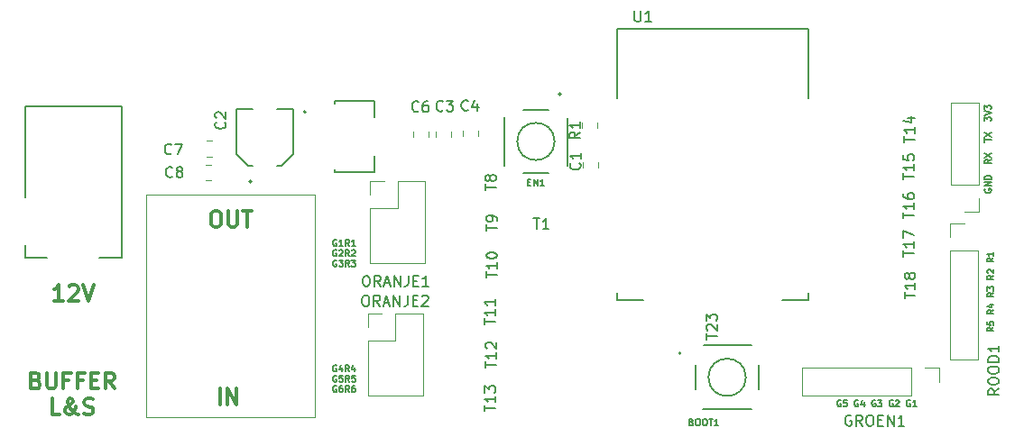
<source format=gto>
G04 #@! TF.GenerationSoftware,KiCad,Pcbnew,(6.0.4)*
G04 #@! TF.CreationDate,2022-04-15T12:40:15+02:00*
G04 #@! TF.ProjectId,hernieuwdeBuffer_beide_groundplane,6865726e-6965-4757-9764-654275666665,rev?*
G04 #@! TF.SameCoordinates,Original*
G04 #@! TF.FileFunction,Legend,Top*
G04 #@! TF.FilePolarity,Positive*
%FSLAX46Y46*%
G04 Gerber Fmt 4.6, Leading zero omitted, Abs format (unit mm)*
G04 Created by KiCad (PCBNEW (6.0.4)) date 2022-04-15 12:40:15*
%MOMM*%
%LPD*%
G01*
G04 APERTURE LIST*
%ADD10C,0.300000*%
%ADD11C,0.150000*%
%ADD12C,0.127000*%
%ADD13C,0.200000*%
%ADD14C,0.120000*%
G04 APERTURE END LIST*
D10*
X95171428Y-82078571D02*
X94314285Y-82078571D01*
X94742857Y-82078571D02*
X94742857Y-80578571D01*
X94600000Y-80792857D01*
X94457142Y-80935714D01*
X94314285Y-81007142D01*
X95742857Y-80721428D02*
X95814285Y-80650000D01*
X95957142Y-80578571D01*
X96314285Y-80578571D01*
X96457142Y-80650000D01*
X96528571Y-80721428D01*
X96600000Y-80864285D01*
X96600000Y-81007142D01*
X96528571Y-81221428D01*
X95671428Y-82078571D01*
X96600000Y-82078571D01*
X97028571Y-80578571D02*
X97528571Y-82078571D01*
X98028571Y-80578571D01*
D11*
X120835714Y-76334000D02*
X120778571Y-76305428D01*
X120692857Y-76305428D01*
X120607142Y-76334000D01*
X120550000Y-76391142D01*
X120521428Y-76448285D01*
X120492857Y-76562571D01*
X120492857Y-76648285D01*
X120521428Y-76762571D01*
X120550000Y-76819714D01*
X120607142Y-76876857D01*
X120692857Y-76905428D01*
X120750000Y-76905428D01*
X120835714Y-76876857D01*
X120864285Y-76848285D01*
X120864285Y-76648285D01*
X120750000Y-76648285D01*
X121435714Y-76905428D02*
X121092857Y-76905428D01*
X121264285Y-76905428D02*
X121264285Y-76305428D01*
X121207142Y-76391142D01*
X121150000Y-76448285D01*
X121092857Y-76476857D01*
X122035714Y-76905428D02*
X121835714Y-76619714D01*
X121692857Y-76905428D02*
X121692857Y-76305428D01*
X121921428Y-76305428D01*
X121978571Y-76334000D01*
X122007142Y-76362571D01*
X122035714Y-76419714D01*
X122035714Y-76505428D01*
X122007142Y-76562571D01*
X121978571Y-76591142D01*
X121921428Y-76619714D01*
X121692857Y-76619714D01*
X122607142Y-76905428D02*
X122264285Y-76905428D01*
X122435714Y-76905428D02*
X122435714Y-76305428D01*
X122378571Y-76391142D01*
X122321428Y-76448285D01*
X122264285Y-76476857D01*
X120835714Y-77300000D02*
X120778571Y-77271428D01*
X120692857Y-77271428D01*
X120607142Y-77300000D01*
X120550000Y-77357142D01*
X120521428Y-77414285D01*
X120492857Y-77528571D01*
X120492857Y-77614285D01*
X120521428Y-77728571D01*
X120550000Y-77785714D01*
X120607142Y-77842857D01*
X120692857Y-77871428D01*
X120750000Y-77871428D01*
X120835714Y-77842857D01*
X120864285Y-77814285D01*
X120864285Y-77614285D01*
X120750000Y-77614285D01*
X121092857Y-77328571D02*
X121121428Y-77300000D01*
X121178571Y-77271428D01*
X121321428Y-77271428D01*
X121378571Y-77300000D01*
X121407142Y-77328571D01*
X121435714Y-77385714D01*
X121435714Y-77442857D01*
X121407142Y-77528571D01*
X121064285Y-77871428D01*
X121435714Y-77871428D01*
X122035714Y-77871428D02*
X121835714Y-77585714D01*
X121692857Y-77871428D02*
X121692857Y-77271428D01*
X121921428Y-77271428D01*
X121978571Y-77300000D01*
X122007142Y-77328571D01*
X122035714Y-77385714D01*
X122035714Y-77471428D01*
X122007142Y-77528571D01*
X121978571Y-77557142D01*
X121921428Y-77585714D01*
X121692857Y-77585714D01*
X122264285Y-77328571D02*
X122292857Y-77300000D01*
X122350000Y-77271428D01*
X122492857Y-77271428D01*
X122550000Y-77300000D01*
X122578571Y-77328571D01*
X122607142Y-77385714D01*
X122607142Y-77442857D01*
X122578571Y-77528571D01*
X122235714Y-77871428D01*
X122607142Y-77871428D01*
X120835714Y-78266000D02*
X120778571Y-78237428D01*
X120692857Y-78237428D01*
X120607142Y-78266000D01*
X120550000Y-78323142D01*
X120521428Y-78380285D01*
X120492857Y-78494571D01*
X120492857Y-78580285D01*
X120521428Y-78694571D01*
X120550000Y-78751714D01*
X120607142Y-78808857D01*
X120692857Y-78837428D01*
X120750000Y-78837428D01*
X120835714Y-78808857D01*
X120864285Y-78780285D01*
X120864285Y-78580285D01*
X120750000Y-78580285D01*
X121064285Y-78237428D02*
X121435714Y-78237428D01*
X121235714Y-78466000D01*
X121321428Y-78466000D01*
X121378571Y-78494571D01*
X121407142Y-78523142D01*
X121435714Y-78580285D01*
X121435714Y-78723142D01*
X121407142Y-78780285D01*
X121378571Y-78808857D01*
X121321428Y-78837428D01*
X121150000Y-78837428D01*
X121092857Y-78808857D01*
X121064285Y-78780285D01*
X122035714Y-78837428D02*
X121835714Y-78551714D01*
X121692857Y-78837428D02*
X121692857Y-78237428D01*
X121921428Y-78237428D01*
X121978571Y-78266000D01*
X122007142Y-78294571D01*
X122035714Y-78351714D01*
X122035714Y-78437428D01*
X122007142Y-78494571D01*
X121978571Y-78523142D01*
X121921428Y-78551714D01*
X121692857Y-78551714D01*
X122235714Y-78237428D02*
X122607142Y-78237428D01*
X122407142Y-78466000D01*
X122492857Y-78466000D01*
X122550000Y-78494571D01*
X122578571Y-78523142D01*
X122607142Y-78580285D01*
X122607142Y-78723142D01*
X122578571Y-78780285D01*
X122550000Y-78808857D01*
X122492857Y-78837428D01*
X122321428Y-78837428D01*
X122264285Y-78808857D01*
X122235714Y-78780285D01*
X182521428Y-84557142D02*
X182235714Y-84757142D01*
X182521428Y-84900000D02*
X181921428Y-84900000D01*
X181921428Y-84671428D01*
X181950000Y-84614285D01*
X181978571Y-84585714D01*
X182035714Y-84557142D01*
X182121428Y-84557142D01*
X182178571Y-84585714D01*
X182207142Y-84614285D01*
X182235714Y-84671428D01*
X182235714Y-84900000D01*
X181921428Y-84014285D02*
X181921428Y-84300000D01*
X182207142Y-84328571D01*
X182178571Y-84300000D01*
X182150000Y-84242857D01*
X182150000Y-84100000D01*
X182178571Y-84042857D01*
X182207142Y-84014285D01*
X182264285Y-83985714D01*
X182407142Y-83985714D01*
X182464285Y-84014285D01*
X182492857Y-84042857D01*
X182521428Y-84100000D01*
X182521428Y-84242857D01*
X182492857Y-84300000D01*
X182464285Y-84328571D01*
X182521428Y-82928571D02*
X182235714Y-83128571D01*
X182521428Y-83271428D02*
X181921428Y-83271428D01*
X181921428Y-83042857D01*
X181950000Y-82985714D01*
X181978571Y-82957142D01*
X182035714Y-82928571D01*
X182121428Y-82928571D01*
X182178571Y-82957142D01*
X182207142Y-82985714D01*
X182235714Y-83042857D01*
X182235714Y-83271428D01*
X182121428Y-82414285D02*
X182521428Y-82414285D01*
X181892857Y-82557142D02*
X182321428Y-82700000D01*
X182321428Y-82328571D01*
X182521428Y-81300000D02*
X182235714Y-81500000D01*
X182521428Y-81642857D02*
X181921428Y-81642857D01*
X181921428Y-81414285D01*
X181950000Y-81357142D01*
X181978571Y-81328571D01*
X182035714Y-81300000D01*
X182121428Y-81300000D01*
X182178571Y-81328571D01*
X182207142Y-81357142D01*
X182235714Y-81414285D01*
X182235714Y-81642857D01*
X181921428Y-81100000D02*
X181921428Y-80728571D01*
X182150000Y-80928571D01*
X182150000Y-80842857D01*
X182178571Y-80785714D01*
X182207142Y-80757142D01*
X182264285Y-80728571D01*
X182407142Y-80728571D01*
X182464285Y-80757142D01*
X182492857Y-80785714D01*
X182521428Y-80842857D01*
X182521428Y-81014285D01*
X182492857Y-81071428D01*
X182464285Y-81100000D01*
X182521428Y-79671428D02*
X182235714Y-79871428D01*
X182521428Y-80014285D02*
X181921428Y-80014285D01*
X181921428Y-79785714D01*
X181950000Y-79728571D01*
X181978571Y-79700000D01*
X182035714Y-79671428D01*
X182121428Y-79671428D01*
X182178571Y-79700000D01*
X182207142Y-79728571D01*
X182235714Y-79785714D01*
X182235714Y-80014285D01*
X181978571Y-79442857D02*
X181950000Y-79414285D01*
X181921428Y-79357142D01*
X181921428Y-79214285D01*
X181950000Y-79157142D01*
X181978571Y-79128571D01*
X182035714Y-79100000D01*
X182092857Y-79100000D01*
X182178571Y-79128571D01*
X182521428Y-79471428D01*
X182521428Y-79100000D01*
X182521428Y-78042857D02*
X182235714Y-78242857D01*
X182521428Y-78385714D02*
X181921428Y-78385714D01*
X181921428Y-78157142D01*
X181950000Y-78100000D01*
X181978571Y-78071428D01*
X182035714Y-78042857D01*
X182121428Y-78042857D01*
X182178571Y-78071428D01*
X182207142Y-78100000D01*
X182235714Y-78157142D01*
X182235714Y-78385714D01*
X182521428Y-77471428D02*
X182521428Y-77814285D01*
X182521428Y-77642857D02*
X181921428Y-77642857D01*
X182007142Y-77700000D01*
X182064285Y-77757142D01*
X182092857Y-77814285D01*
D10*
X109914285Y-91778571D02*
X109914285Y-90278571D01*
X110628571Y-91778571D02*
X110628571Y-90278571D01*
X111485714Y-91778571D01*
X111485714Y-90278571D01*
D11*
X120835714Y-88134000D02*
X120778571Y-88105428D01*
X120692857Y-88105428D01*
X120607142Y-88134000D01*
X120550000Y-88191142D01*
X120521428Y-88248285D01*
X120492857Y-88362571D01*
X120492857Y-88448285D01*
X120521428Y-88562571D01*
X120550000Y-88619714D01*
X120607142Y-88676857D01*
X120692857Y-88705428D01*
X120750000Y-88705428D01*
X120835714Y-88676857D01*
X120864285Y-88648285D01*
X120864285Y-88448285D01*
X120750000Y-88448285D01*
X121378571Y-88305428D02*
X121378571Y-88705428D01*
X121235714Y-88076857D02*
X121092857Y-88505428D01*
X121464285Y-88505428D01*
X122035714Y-88705428D02*
X121835714Y-88419714D01*
X121692857Y-88705428D02*
X121692857Y-88105428D01*
X121921428Y-88105428D01*
X121978571Y-88134000D01*
X122007142Y-88162571D01*
X122035714Y-88219714D01*
X122035714Y-88305428D01*
X122007142Y-88362571D01*
X121978571Y-88391142D01*
X121921428Y-88419714D01*
X121692857Y-88419714D01*
X122550000Y-88305428D02*
X122550000Y-88705428D01*
X122407142Y-88076857D02*
X122264285Y-88505428D01*
X122635714Y-88505428D01*
X120835714Y-89100000D02*
X120778571Y-89071428D01*
X120692857Y-89071428D01*
X120607142Y-89100000D01*
X120550000Y-89157142D01*
X120521428Y-89214285D01*
X120492857Y-89328571D01*
X120492857Y-89414285D01*
X120521428Y-89528571D01*
X120550000Y-89585714D01*
X120607142Y-89642857D01*
X120692857Y-89671428D01*
X120750000Y-89671428D01*
X120835714Y-89642857D01*
X120864285Y-89614285D01*
X120864285Y-89414285D01*
X120750000Y-89414285D01*
X121407142Y-89071428D02*
X121121428Y-89071428D01*
X121092857Y-89357142D01*
X121121428Y-89328571D01*
X121178571Y-89300000D01*
X121321428Y-89300000D01*
X121378571Y-89328571D01*
X121407142Y-89357142D01*
X121435714Y-89414285D01*
X121435714Y-89557142D01*
X121407142Y-89614285D01*
X121378571Y-89642857D01*
X121321428Y-89671428D01*
X121178571Y-89671428D01*
X121121428Y-89642857D01*
X121092857Y-89614285D01*
X122035714Y-89671428D02*
X121835714Y-89385714D01*
X121692857Y-89671428D02*
X121692857Y-89071428D01*
X121921428Y-89071428D01*
X121978571Y-89100000D01*
X122007142Y-89128571D01*
X122035714Y-89185714D01*
X122035714Y-89271428D01*
X122007142Y-89328571D01*
X121978571Y-89357142D01*
X121921428Y-89385714D01*
X121692857Y-89385714D01*
X122578571Y-89071428D02*
X122292857Y-89071428D01*
X122264285Y-89357142D01*
X122292857Y-89328571D01*
X122350000Y-89300000D01*
X122492857Y-89300000D01*
X122550000Y-89328571D01*
X122578571Y-89357142D01*
X122607142Y-89414285D01*
X122607142Y-89557142D01*
X122578571Y-89614285D01*
X122550000Y-89642857D01*
X122492857Y-89671428D01*
X122350000Y-89671428D01*
X122292857Y-89642857D01*
X122264285Y-89614285D01*
X120835714Y-90066000D02*
X120778571Y-90037428D01*
X120692857Y-90037428D01*
X120607142Y-90066000D01*
X120550000Y-90123142D01*
X120521428Y-90180285D01*
X120492857Y-90294571D01*
X120492857Y-90380285D01*
X120521428Y-90494571D01*
X120550000Y-90551714D01*
X120607142Y-90608857D01*
X120692857Y-90637428D01*
X120750000Y-90637428D01*
X120835714Y-90608857D01*
X120864285Y-90580285D01*
X120864285Y-90380285D01*
X120750000Y-90380285D01*
X121378571Y-90037428D02*
X121264285Y-90037428D01*
X121207142Y-90066000D01*
X121178571Y-90094571D01*
X121121428Y-90180285D01*
X121092857Y-90294571D01*
X121092857Y-90523142D01*
X121121428Y-90580285D01*
X121150000Y-90608857D01*
X121207142Y-90637428D01*
X121321428Y-90637428D01*
X121378571Y-90608857D01*
X121407142Y-90580285D01*
X121435714Y-90523142D01*
X121435714Y-90380285D01*
X121407142Y-90323142D01*
X121378571Y-90294571D01*
X121321428Y-90266000D01*
X121207142Y-90266000D01*
X121150000Y-90294571D01*
X121121428Y-90323142D01*
X121092857Y-90380285D01*
X122035714Y-90637428D02*
X121835714Y-90351714D01*
X121692857Y-90637428D02*
X121692857Y-90037428D01*
X121921428Y-90037428D01*
X121978571Y-90066000D01*
X122007142Y-90094571D01*
X122035714Y-90151714D01*
X122035714Y-90237428D01*
X122007142Y-90294571D01*
X121978571Y-90323142D01*
X121921428Y-90351714D01*
X121692857Y-90351714D01*
X122550000Y-90037428D02*
X122435714Y-90037428D01*
X122378571Y-90066000D01*
X122350000Y-90094571D01*
X122292857Y-90180285D01*
X122264285Y-90294571D01*
X122264285Y-90523142D01*
X122292857Y-90580285D01*
X122321428Y-90608857D01*
X122378571Y-90637428D01*
X122492857Y-90637428D01*
X122550000Y-90608857D01*
X122578571Y-90580285D01*
X122607142Y-90523142D01*
X122607142Y-90380285D01*
X122578571Y-90323142D01*
X122550000Y-90294571D01*
X122492857Y-90266000D01*
X122378571Y-90266000D01*
X122321428Y-90294571D01*
X122292857Y-90323142D01*
X122264285Y-90380285D01*
X181700000Y-71557142D02*
X181671428Y-71614285D01*
X181671428Y-71700000D01*
X181700000Y-71785714D01*
X181757142Y-71842857D01*
X181814285Y-71871428D01*
X181928571Y-71900000D01*
X182014285Y-71900000D01*
X182128571Y-71871428D01*
X182185714Y-71842857D01*
X182242857Y-71785714D01*
X182271428Y-71700000D01*
X182271428Y-71642857D01*
X182242857Y-71557142D01*
X182214285Y-71528571D01*
X182014285Y-71528571D01*
X182014285Y-71642857D01*
X182271428Y-71271428D02*
X181671428Y-71271428D01*
X182271428Y-70928571D01*
X181671428Y-70928571D01*
X182271428Y-70642857D02*
X181671428Y-70642857D01*
X181671428Y-70500000D01*
X181700000Y-70414285D01*
X181757142Y-70357142D01*
X181814285Y-70328571D01*
X181928571Y-70300000D01*
X182014285Y-70300000D01*
X182128571Y-70328571D01*
X182185714Y-70357142D01*
X182242857Y-70414285D01*
X182271428Y-70500000D01*
X182271428Y-70642857D01*
X182271428Y-68785714D02*
X181985714Y-68985714D01*
X182271428Y-69128571D02*
X181671428Y-69128571D01*
X181671428Y-68900000D01*
X181700000Y-68842857D01*
X181728571Y-68814285D01*
X181785714Y-68785714D01*
X181871428Y-68785714D01*
X181928571Y-68814285D01*
X181957142Y-68842857D01*
X181985714Y-68900000D01*
X181985714Y-69128571D01*
X181671428Y-68585714D02*
X182271428Y-68185714D01*
X181671428Y-68185714D02*
X182271428Y-68585714D01*
X181671428Y-67128571D02*
X181671428Y-66785714D01*
X182271428Y-66957142D02*
X181671428Y-66957142D01*
X181671428Y-66642857D02*
X182271428Y-66242857D01*
X181671428Y-66242857D02*
X182271428Y-66642857D01*
X181671428Y-65157142D02*
X181671428Y-64785714D01*
X181900000Y-64985714D01*
X181900000Y-64900000D01*
X181928571Y-64842857D01*
X181957142Y-64814285D01*
X182014285Y-64785714D01*
X182157142Y-64785714D01*
X182214285Y-64814285D01*
X182242857Y-64842857D01*
X182271428Y-64900000D01*
X182271428Y-65071428D01*
X182242857Y-65128571D01*
X182214285Y-65157142D01*
X181671428Y-64614285D02*
X182271428Y-64414285D01*
X181671428Y-64214285D01*
X181671428Y-64071428D02*
X181671428Y-63700000D01*
X181900000Y-63900000D01*
X181900000Y-63814285D01*
X181928571Y-63757142D01*
X181957142Y-63728571D01*
X182014285Y-63700000D01*
X182157142Y-63700000D01*
X182214285Y-63728571D01*
X182242857Y-63757142D01*
X182271428Y-63814285D01*
X182271428Y-63985714D01*
X182242857Y-64042857D01*
X182214285Y-64071428D01*
X168164285Y-91400000D02*
X168107142Y-91371428D01*
X168021428Y-91371428D01*
X167935714Y-91400000D01*
X167878571Y-91457142D01*
X167850000Y-91514285D01*
X167821428Y-91628571D01*
X167821428Y-91714285D01*
X167850000Y-91828571D01*
X167878571Y-91885714D01*
X167935714Y-91942857D01*
X168021428Y-91971428D01*
X168078571Y-91971428D01*
X168164285Y-91942857D01*
X168192857Y-91914285D01*
X168192857Y-91714285D01*
X168078571Y-91714285D01*
X168735714Y-91371428D02*
X168450000Y-91371428D01*
X168421428Y-91657142D01*
X168450000Y-91628571D01*
X168507142Y-91600000D01*
X168650000Y-91600000D01*
X168707142Y-91628571D01*
X168735714Y-91657142D01*
X168764285Y-91714285D01*
X168764285Y-91857142D01*
X168735714Y-91914285D01*
X168707142Y-91942857D01*
X168650000Y-91971428D01*
X168507142Y-91971428D01*
X168450000Y-91942857D01*
X168421428Y-91914285D01*
X169792857Y-91400000D02*
X169735714Y-91371428D01*
X169650000Y-91371428D01*
X169564285Y-91400000D01*
X169507142Y-91457142D01*
X169478571Y-91514285D01*
X169450000Y-91628571D01*
X169450000Y-91714285D01*
X169478571Y-91828571D01*
X169507142Y-91885714D01*
X169564285Y-91942857D01*
X169650000Y-91971428D01*
X169707142Y-91971428D01*
X169792857Y-91942857D01*
X169821428Y-91914285D01*
X169821428Y-91714285D01*
X169707142Y-91714285D01*
X170335714Y-91571428D02*
X170335714Y-91971428D01*
X170192857Y-91342857D02*
X170050000Y-91771428D01*
X170421428Y-91771428D01*
X171421428Y-91400000D02*
X171364285Y-91371428D01*
X171278571Y-91371428D01*
X171192857Y-91400000D01*
X171135714Y-91457142D01*
X171107142Y-91514285D01*
X171078571Y-91628571D01*
X171078571Y-91714285D01*
X171107142Y-91828571D01*
X171135714Y-91885714D01*
X171192857Y-91942857D01*
X171278571Y-91971428D01*
X171335714Y-91971428D01*
X171421428Y-91942857D01*
X171450000Y-91914285D01*
X171450000Y-91714285D01*
X171335714Y-91714285D01*
X171650000Y-91371428D02*
X172021428Y-91371428D01*
X171821428Y-91600000D01*
X171907142Y-91600000D01*
X171964285Y-91628571D01*
X171992857Y-91657142D01*
X172021428Y-91714285D01*
X172021428Y-91857142D01*
X171992857Y-91914285D01*
X171964285Y-91942857D01*
X171907142Y-91971428D01*
X171735714Y-91971428D01*
X171678571Y-91942857D01*
X171650000Y-91914285D01*
X173050000Y-91400000D02*
X172992857Y-91371428D01*
X172907142Y-91371428D01*
X172821428Y-91400000D01*
X172764285Y-91457142D01*
X172735714Y-91514285D01*
X172707142Y-91628571D01*
X172707142Y-91714285D01*
X172735714Y-91828571D01*
X172764285Y-91885714D01*
X172821428Y-91942857D01*
X172907142Y-91971428D01*
X172964285Y-91971428D01*
X173050000Y-91942857D01*
X173078571Y-91914285D01*
X173078571Y-91714285D01*
X172964285Y-91714285D01*
X173307142Y-91428571D02*
X173335714Y-91400000D01*
X173392857Y-91371428D01*
X173535714Y-91371428D01*
X173592857Y-91400000D01*
X173621428Y-91428571D01*
X173650000Y-91485714D01*
X173650000Y-91542857D01*
X173621428Y-91628571D01*
X173278571Y-91971428D01*
X173650000Y-91971428D01*
X174678571Y-91400000D02*
X174621428Y-91371428D01*
X174535714Y-91371428D01*
X174450000Y-91400000D01*
X174392857Y-91457142D01*
X174364285Y-91514285D01*
X174335714Y-91628571D01*
X174335714Y-91714285D01*
X174364285Y-91828571D01*
X174392857Y-91885714D01*
X174450000Y-91942857D01*
X174535714Y-91971428D01*
X174592857Y-91971428D01*
X174678571Y-91942857D01*
X174707142Y-91914285D01*
X174707142Y-91714285D01*
X174592857Y-91714285D01*
X175278571Y-91971428D02*
X174935714Y-91971428D01*
X175107142Y-91971428D02*
X175107142Y-91371428D01*
X175050000Y-91457142D01*
X174992857Y-91514285D01*
X174935714Y-91542857D01*
D10*
X109400000Y-73628571D02*
X109685714Y-73628571D01*
X109828571Y-73700000D01*
X109971428Y-73842857D01*
X110042857Y-74128571D01*
X110042857Y-74628571D01*
X109971428Y-74914285D01*
X109828571Y-75057142D01*
X109685714Y-75128571D01*
X109400000Y-75128571D01*
X109257142Y-75057142D01*
X109114285Y-74914285D01*
X109042857Y-74628571D01*
X109042857Y-74128571D01*
X109114285Y-73842857D01*
X109257142Y-73700000D01*
X109400000Y-73628571D01*
X110685714Y-73628571D02*
X110685714Y-74842857D01*
X110757142Y-74985714D01*
X110828571Y-75057142D01*
X110971428Y-75128571D01*
X111257142Y-75128571D01*
X111400000Y-75057142D01*
X111471428Y-74985714D01*
X111542857Y-74842857D01*
X111542857Y-73628571D01*
X112042857Y-73628571D02*
X112900000Y-73628571D01*
X112471428Y-75128571D02*
X112471428Y-73628571D01*
X92657142Y-89535357D02*
X92871428Y-89606785D01*
X92942857Y-89678214D01*
X93014285Y-89821071D01*
X93014285Y-90035357D01*
X92942857Y-90178214D01*
X92871428Y-90249642D01*
X92728571Y-90321071D01*
X92157142Y-90321071D01*
X92157142Y-88821071D01*
X92657142Y-88821071D01*
X92800000Y-88892500D01*
X92871428Y-88963928D01*
X92942857Y-89106785D01*
X92942857Y-89249642D01*
X92871428Y-89392500D01*
X92800000Y-89463928D01*
X92657142Y-89535357D01*
X92157142Y-89535357D01*
X93657142Y-88821071D02*
X93657142Y-90035357D01*
X93728571Y-90178214D01*
X93800000Y-90249642D01*
X93942857Y-90321071D01*
X94228571Y-90321071D01*
X94371428Y-90249642D01*
X94442857Y-90178214D01*
X94514285Y-90035357D01*
X94514285Y-88821071D01*
X95728571Y-89535357D02*
X95228571Y-89535357D01*
X95228571Y-90321071D02*
X95228571Y-88821071D01*
X95942857Y-88821071D01*
X97014285Y-89535357D02*
X96514285Y-89535357D01*
X96514285Y-90321071D02*
X96514285Y-88821071D01*
X97228571Y-88821071D01*
X97800000Y-89535357D02*
X98300000Y-89535357D01*
X98514285Y-90321071D02*
X97800000Y-90321071D01*
X97800000Y-88821071D01*
X98514285Y-88821071D01*
X100014285Y-90321071D02*
X99514285Y-89606785D01*
X99157142Y-90321071D02*
X99157142Y-88821071D01*
X99728571Y-88821071D01*
X99871428Y-88892500D01*
X99942857Y-88963928D01*
X100014285Y-89106785D01*
X100014285Y-89321071D01*
X99942857Y-89463928D01*
X99871428Y-89535357D01*
X99728571Y-89606785D01*
X99157142Y-89606785D01*
X94871428Y-92736071D02*
X94157142Y-92736071D01*
X94157142Y-91236071D01*
X96585714Y-92736071D02*
X96514285Y-92736071D01*
X96371428Y-92664642D01*
X96157142Y-92450357D01*
X95800000Y-92021785D01*
X95657142Y-91807500D01*
X95585714Y-91593214D01*
X95585714Y-91450357D01*
X95657142Y-91307500D01*
X95800000Y-91236071D01*
X95871428Y-91236071D01*
X96014285Y-91307500D01*
X96085714Y-91450357D01*
X96085714Y-91521785D01*
X96014285Y-91664642D01*
X95942857Y-91736071D01*
X95514285Y-92021785D01*
X95442857Y-92093214D01*
X95371428Y-92236071D01*
X95371428Y-92450357D01*
X95442857Y-92593214D01*
X95514285Y-92664642D01*
X95657142Y-92736071D01*
X95871428Y-92736071D01*
X96014285Y-92664642D01*
X96085714Y-92593214D01*
X96300000Y-92307500D01*
X96371428Y-92093214D01*
X96371428Y-91950357D01*
X97157142Y-92664642D02*
X97371428Y-92736071D01*
X97728571Y-92736071D01*
X97871428Y-92664642D01*
X97942857Y-92593214D01*
X98014285Y-92450357D01*
X98014285Y-92307500D01*
X97942857Y-92164642D01*
X97871428Y-92093214D01*
X97728571Y-92021785D01*
X97442857Y-91950357D01*
X97300000Y-91878928D01*
X97228571Y-91807500D01*
X97157142Y-91664642D01*
X97157142Y-91521785D01*
X97228571Y-91378928D01*
X97300000Y-91307500D01*
X97442857Y-91236071D01*
X97800000Y-91236071D01*
X98014285Y-91307500D01*
D11*
X110357142Y-65266666D02*
X110404761Y-65314285D01*
X110452380Y-65457142D01*
X110452380Y-65552380D01*
X110404761Y-65695238D01*
X110309523Y-65790476D01*
X110214285Y-65838095D01*
X110023809Y-65885714D01*
X109880952Y-65885714D01*
X109690476Y-65838095D01*
X109595238Y-65790476D01*
X109500000Y-65695238D01*
X109452380Y-65552380D01*
X109452380Y-65457142D01*
X109500000Y-65314285D01*
X109547619Y-65266666D01*
X109547619Y-64885714D02*
X109500000Y-64838095D01*
X109452380Y-64742857D01*
X109452380Y-64504761D01*
X109500000Y-64409523D01*
X109547619Y-64361904D01*
X109642857Y-64314285D01*
X109738095Y-64314285D01*
X109880952Y-64361904D01*
X110452380Y-64933333D01*
X110452380Y-64314285D01*
X174044608Y-74310899D02*
X174044608Y-73738832D01*
X175045726Y-74024865D02*
X174044608Y-74024865D01*
X175045726Y-72880730D02*
X175045726Y-73452798D01*
X175045726Y-73166764D02*
X174044608Y-73166764D01*
X174187625Y-73262109D01*
X174282970Y-73357453D01*
X174330642Y-73452798D01*
X174044608Y-72022629D02*
X174044608Y-72213318D01*
X174092281Y-72308663D01*
X174139953Y-72356335D01*
X174282970Y-72451680D01*
X174473659Y-72499352D01*
X174855037Y-72499352D01*
X174950382Y-72451680D01*
X174998054Y-72404008D01*
X175045726Y-72308663D01*
X175045726Y-72117974D01*
X174998054Y-72022629D01*
X174950382Y-71974957D01*
X174855037Y-71927285D01*
X174616676Y-71927285D01*
X174521331Y-71974957D01*
X174473659Y-72022629D01*
X174425987Y-72117974D01*
X174425987Y-72308663D01*
X174473659Y-72404008D01*
X174521331Y-72451680D01*
X174616676Y-72499352D01*
X143702380Y-66216666D02*
X143226190Y-66550000D01*
X143702380Y-66788095D02*
X142702380Y-66788095D01*
X142702380Y-66407142D01*
X142750000Y-66311904D01*
X142797619Y-66264285D01*
X142892857Y-66216666D01*
X143035714Y-66216666D01*
X143130952Y-66264285D01*
X143178571Y-66311904D01*
X143226190Y-66407142D01*
X143226190Y-66788095D01*
X143702380Y-65264285D02*
X143702380Y-65835714D01*
X143702380Y-65550000D02*
X142702380Y-65550000D01*
X142845238Y-65645238D01*
X142940476Y-65740476D01*
X142988095Y-65835714D01*
X169135714Y-92850000D02*
X169040476Y-92802380D01*
X168897619Y-92802380D01*
X168754761Y-92850000D01*
X168659523Y-92945238D01*
X168611904Y-93040476D01*
X168564285Y-93230952D01*
X168564285Y-93373809D01*
X168611904Y-93564285D01*
X168659523Y-93659523D01*
X168754761Y-93754761D01*
X168897619Y-93802380D01*
X168992857Y-93802380D01*
X169135714Y-93754761D01*
X169183333Y-93707142D01*
X169183333Y-93373809D01*
X168992857Y-93373809D01*
X170183333Y-93802380D02*
X169850000Y-93326190D01*
X169611904Y-93802380D02*
X169611904Y-92802380D01*
X169992857Y-92802380D01*
X170088095Y-92850000D01*
X170135714Y-92897619D01*
X170183333Y-92992857D01*
X170183333Y-93135714D01*
X170135714Y-93230952D01*
X170088095Y-93278571D01*
X169992857Y-93326190D01*
X169611904Y-93326190D01*
X170802380Y-92802380D02*
X170992857Y-92802380D01*
X171088095Y-92850000D01*
X171183333Y-92945238D01*
X171230952Y-93135714D01*
X171230952Y-93469047D01*
X171183333Y-93659523D01*
X171088095Y-93754761D01*
X170992857Y-93802380D01*
X170802380Y-93802380D01*
X170707142Y-93754761D01*
X170611904Y-93659523D01*
X170564285Y-93469047D01*
X170564285Y-93135714D01*
X170611904Y-92945238D01*
X170707142Y-92850000D01*
X170802380Y-92802380D01*
X171659523Y-93278571D02*
X171992857Y-93278571D01*
X172135714Y-93802380D02*
X171659523Y-93802380D01*
X171659523Y-92802380D01*
X172135714Y-92802380D01*
X172564285Y-93802380D02*
X172564285Y-92802380D01*
X173135714Y-93802380D01*
X173135714Y-92802380D01*
X174135714Y-93802380D02*
X173564285Y-93802380D01*
X173850000Y-93802380D02*
X173850000Y-92802380D01*
X173754761Y-92945238D01*
X173659523Y-93040476D01*
X173564285Y-93088095D01*
X183002380Y-90319285D02*
X182526190Y-90652619D01*
X183002380Y-90890714D02*
X182002380Y-90890714D01*
X182002380Y-90509761D01*
X182050000Y-90414523D01*
X182097619Y-90366904D01*
X182192857Y-90319285D01*
X182335714Y-90319285D01*
X182430952Y-90366904D01*
X182478571Y-90414523D01*
X182526190Y-90509761D01*
X182526190Y-90890714D01*
X182002380Y-89700238D02*
X182002380Y-89509761D01*
X182050000Y-89414523D01*
X182145238Y-89319285D01*
X182335714Y-89271666D01*
X182669047Y-89271666D01*
X182859523Y-89319285D01*
X182954761Y-89414523D01*
X183002380Y-89509761D01*
X183002380Y-89700238D01*
X182954761Y-89795476D01*
X182859523Y-89890714D01*
X182669047Y-89938333D01*
X182335714Y-89938333D01*
X182145238Y-89890714D01*
X182050000Y-89795476D01*
X182002380Y-89700238D01*
X182002380Y-88652619D02*
X182002380Y-88462142D01*
X182050000Y-88366904D01*
X182145238Y-88271666D01*
X182335714Y-88224047D01*
X182669047Y-88224047D01*
X182859523Y-88271666D01*
X182954761Y-88366904D01*
X183002380Y-88462142D01*
X183002380Y-88652619D01*
X182954761Y-88747857D01*
X182859523Y-88843095D01*
X182669047Y-88890714D01*
X182335714Y-88890714D01*
X182145238Y-88843095D01*
X182050000Y-88747857D01*
X182002380Y-88652619D01*
X183002380Y-87795476D02*
X182002380Y-87795476D01*
X182002380Y-87557380D01*
X182050000Y-87414523D01*
X182145238Y-87319285D01*
X182240476Y-87271666D01*
X182430952Y-87224047D01*
X182573809Y-87224047D01*
X182764285Y-87271666D01*
X182859523Y-87319285D01*
X182954761Y-87414523D01*
X183002380Y-87557380D01*
X183002380Y-87795476D01*
X183002380Y-86271666D02*
X183002380Y-86843095D01*
X183002380Y-86557380D02*
X182002380Y-86557380D01*
X182145238Y-86652619D01*
X182240476Y-86747857D01*
X182288095Y-86843095D01*
X154143821Y-93454954D02*
X154233913Y-93484984D01*
X154263943Y-93515015D01*
X154293974Y-93575076D01*
X154293974Y-93665168D01*
X154263943Y-93725229D01*
X154233913Y-93755260D01*
X154173851Y-93785290D01*
X153933606Y-93785290D01*
X153933606Y-93154647D01*
X154143821Y-93154647D01*
X154203882Y-93184678D01*
X154233913Y-93214709D01*
X154263943Y-93274770D01*
X154263943Y-93334831D01*
X154233913Y-93394892D01*
X154203882Y-93424923D01*
X154143821Y-93454954D01*
X153933606Y-93454954D01*
X154684372Y-93154647D02*
X154804494Y-93154647D01*
X154864556Y-93184678D01*
X154924617Y-93244739D01*
X154954647Y-93364862D01*
X154954647Y-93575076D01*
X154924617Y-93695199D01*
X154864556Y-93755260D01*
X154804494Y-93785290D01*
X154684372Y-93785290D01*
X154624311Y-93755260D01*
X154564249Y-93695199D01*
X154534219Y-93575076D01*
X154534219Y-93364862D01*
X154564249Y-93244739D01*
X154624311Y-93184678D01*
X154684372Y-93154647D01*
X155345045Y-93154647D02*
X155465168Y-93154647D01*
X155525229Y-93184678D01*
X155585290Y-93244739D01*
X155615321Y-93364862D01*
X155615321Y-93575076D01*
X155585290Y-93695199D01*
X155525229Y-93755260D01*
X155465168Y-93785290D01*
X155345045Y-93785290D01*
X155284984Y-93755260D01*
X155224923Y-93695199D01*
X155194892Y-93575076D01*
X155194892Y-93364862D01*
X155224923Y-93244739D01*
X155284984Y-93184678D01*
X155345045Y-93154647D01*
X155795505Y-93154647D02*
X156155872Y-93154647D01*
X155975688Y-93785290D02*
X155975688Y-93154647D01*
X156696423Y-93785290D02*
X156336056Y-93785290D01*
X156516240Y-93785290D02*
X156516240Y-93154647D01*
X156456178Y-93244739D01*
X156396117Y-93304800D01*
X156336056Y-93334831D01*
X128533333Y-64207142D02*
X128485714Y-64254761D01*
X128342857Y-64302380D01*
X128247619Y-64302380D01*
X128104761Y-64254761D01*
X128009523Y-64159523D01*
X127961904Y-64064285D01*
X127914285Y-63873809D01*
X127914285Y-63730952D01*
X127961904Y-63540476D01*
X128009523Y-63445238D01*
X128104761Y-63350000D01*
X128247619Y-63302380D01*
X128342857Y-63302380D01*
X128485714Y-63350000D01*
X128533333Y-63397619D01*
X129390476Y-63302380D02*
X129200000Y-63302380D01*
X129104761Y-63350000D01*
X129057142Y-63397619D01*
X128961904Y-63540476D01*
X128914285Y-63730952D01*
X128914285Y-64111904D01*
X128961904Y-64207142D01*
X129009523Y-64254761D01*
X129104761Y-64302380D01*
X129295238Y-64302380D01*
X129390476Y-64254761D01*
X129438095Y-64207142D01*
X129485714Y-64111904D01*
X129485714Y-63873809D01*
X129438095Y-63778571D01*
X129390476Y-63730952D01*
X129295238Y-63683333D01*
X129104761Y-63683333D01*
X129009523Y-63730952D01*
X128961904Y-63778571D01*
X128914285Y-63873809D01*
X134901768Y-79889479D02*
X134901768Y-79317412D01*
X135902886Y-79603445D02*
X134901768Y-79603445D01*
X135902886Y-78459310D02*
X135902886Y-79031378D01*
X135902886Y-78745344D02*
X134901768Y-78745344D01*
X135044785Y-78840689D01*
X135140130Y-78936033D01*
X135187802Y-79031378D01*
X134901768Y-77839571D02*
X134901768Y-77744226D01*
X134949441Y-77648882D01*
X134997113Y-77601209D01*
X135092457Y-77553537D01*
X135283147Y-77505865D01*
X135521508Y-77505865D01*
X135712197Y-77553537D01*
X135807542Y-77601209D01*
X135855214Y-77648882D01*
X135902886Y-77744226D01*
X135902886Y-77839571D01*
X135855214Y-77934915D01*
X135807542Y-77982588D01*
X135712197Y-78030260D01*
X135521508Y-78077932D01*
X135283147Y-78077932D01*
X135092457Y-78030260D01*
X134997113Y-77982588D01*
X134949441Y-77934915D01*
X134901768Y-77839571D01*
X174094608Y-67160899D02*
X174094608Y-66588832D01*
X175095726Y-66874865D02*
X174094608Y-66874865D01*
X175095726Y-65730730D02*
X175095726Y-66302798D01*
X175095726Y-66016764D02*
X174094608Y-66016764D01*
X174237625Y-66112109D01*
X174332970Y-66207453D01*
X174380642Y-66302798D01*
X174428314Y-64872629D02*
X175095726Y-64872629D01*
X174046936Y-65110991D02*
X174762020Y-65349352D01*
X174762020Y-64729612D01*
X134801768Y-71662756D02*
X134801768Y-71090689D01*
X135802886Y-71376722D02*
X134801768Y-71376722D01*
X135230819Y-70613966D02*
X135183147Y-70709310D01*
X135135474Y-70756983D01*
X135040130Y-70804655D01*
X134992457Y-70804655D01*
X134897113Y-70756983D01*
X134849441Y-70709310D01*
X134801768Y-70613966D01*
X134801768Y-70423277D01*
X134849441Y-70327932D01*
X134897113Y-70280260D01*
X134992457Y-70232588D01*
X135040130Y-70232588D01*
X135135474Y-70280260D01*
X135183147Y-70327932D01*
X135230819Y-70423277D01*
X135230819Y-70613966D01*
X135278491Y-70709310D01*
X135326163Y-70756983D01*
X135421508Y-70804655D01*
X135612197Y-70804655D01*
X135707542Y-70756983D01*
X135755214Y-70709310D01*
X135802886Y-70613966D01*
X135802886Y-70423277D01*
X135755214Y-70327932D01*
X135707542Y-70280260D01*
X135612197Y-70232588D01*
X135421508Y-70232588D01*
X135326163Y-70280260D01*
X135278491Y-70327932D01*
X135230819Y-70423277D01*
X139337243Y-74301768D02*
X139909310Y-74301768D01*
X139623277Y-75302886D02*
X139623277Y-74301768D01*
X140767412Y-75302886D02*
X140195344Y-75302886D01*
X140481378Y-75302886D02*
X140481378Y-74301768D01*
X140386033Y-74444785D01*
X140290689Y-74540130D01*
X140195344Y-74587802D01*
X105333333Y-68207142D02*
X105285714Y-68254761D01*
X105142857Y-68302380D01*
X105047619Y-68302380D01*
X104904761Y-68254761D01*
X104809523Y-68159523D01*
X104761904Y-68064285D01*
X104714285Y-67873809D01*
X104714285Y-67730952D01*
X104761904Y-67540476D01*
X104809523Y-67445238D01*
X104904761Y-67350000D01*
X105047619Y-67302380D01*
X105142857Y-67302380D01*
X105285714Y-67350000D01*
X105333333Y-67397619D01*
X105666666Y-67302380D02*
X106333333Y-67302380D01*
X105904761Y-68302380D01*
X148813095Y-54817380D02*
X148813095Y-55626904D01*
X148860714Y-55722142D01*
X148908333Y-55769761D01*
X149003571Y-55817380D01*
X149194047Y-55817380D01*
X149289285Y-55769761D01*
X149336904Y-55722142D01*
X149384523Y-55626904D01*
X149384523Y-54817380D01*
X150384523Y-55817380D02*
X149813095Y-55817380D01*
X150098809Y-55817380D02*
X150098809Y-54817380D01*
X150003571Y-54960238D01*
X149908333Y-55055476D01*
X149813095Y-55103095D01*
X155551768Y-85689479D02*
X155551768Y-85117412D01*
X156552886Y-85403445D02*
X155551768Y-85403445D01*
X155647113Y-84831378D02*
X155599441Y-84783706D01*
X155551768Y-84688361D01*
X155551768Y-84450000D01*
X155599441Y-84354655D01*
X155647113Y-84306983D01*
X155742457Y-84259310D01*
X155837802Y-84259310D01*
X155980819Y-84306983D01*
X156552886Y-84879050D01*
X156552886Y-84259310D01*
X155551768Y-83925604D02*
X155551768Y-83305865D01*
X155933147Y-83639571D01*
X155933147Y-83496554D01*
X155980819Y-83401209D01*
X156028491Y-83353537D01*
X156123836Y-83305865D01*
X156362197Y-83305865D01*
X156457542Y-83353537D01*
X156505214Y-83401209D01*
X156552886Y-83496554D01*
X156552886Y-83782588D01*
X156505214Y-83877932D01*
X156457542Y-83925604D01*
X130833333Y-64157142D02*
X130785714Y-64204761D01*
X130642857Y-64252380D01*
X130547619Y-64252380D01*
X130404761Y-64204761D01*
X130309523Y-64109523D01*
X130261904Y-64014285D01*
X130214285Y-63823809D01*
X130214285Y-63680952D01*
X130261904Y-63490476D01*
X130309523Y-63395238D01*
X130404761Y-63300000D01*
X130547619Y-63252380D01*
X130642857Y-63252380D01*
X130785714Y-63300000D01*
X130833333Y-63347619D01*
X131166666Y-63252380D02*
X131785714Y-63252380D01*
X131452380Y-63633333D01*
X131595238Y-63633333D01*
X131690476Y-63680952D01*
X131738095Y-63728571D01*
X131785714Y-63823809D01*
X131785714Y-64061904D01*
X131738095Y-64157142D01*
X131690476Y-64204761D01*
X131595238Y-64252380D01*
X131309523Y-64252380D01*
X131214285Y-64204761D01*
X131166666Y-64157142D01*
X134751768Y-92439479D02*
X134751768Y-91867412D01*
X135752886Y-92153445D02*
X134751768Y-92153445D01*
X135752886Y-91009310D02*
X135752886Y-91581378D01*
X135752886Y-91295344D02*
X134751768Y-91295344D01*
X134894785Y-91390689D01*
X134990130Y-91486033D01*
X135037802Y-91581378D01*
X134751768Y-90675604D02*
X134751768Y-90055865D01*
X135133147Y-90389571D01*
X135133147Y-90246554D01*
X135180819Y-90151209D01*
X135228491Y-90103537D01*
X135323836Y-90055865D01*
X135562197Y-90055865D01*
X135657542Y-90103537D01*
X135705214Y-90151209D01*
X135752886Y-90246554D01*
X135752886Y-90532588D01*
X135705214Y-90627932D01*
X135657542Y-90675604D01*
X143657142Y-69116666D02*
X143704761Y-69164285D01*
X143752380Y-69307142D01*
X143752380Y-69402380D01*
X143704761Y-69545238D01*
X143609523Y-69640476D01*
X143514285Y-69688095D01*
X143323809Y-69735714D01*
X143180952Y-69735714D01*
X142990476Y-69688095D01*
X142895238Y-69640476D01*
X142800000Y-69545238D01*
X142752380Y-69402380D01*
X142752380Y-69307142D01*
X142800000Y-69164285D01*
X142847619Y-69116666D01*
X143752380Y-68164285D02*
X143752380Y-68735714D01*
X143752380Y-68450000D02*
X142752380Y-68450000D01*
X142895238Y-68545238D01*
X142990476Y-68640476D01*
X143038095Y-68735714D01*
X133183333Y-64107142D02*
X133135714Y-64154761D01*
X132992857Y-64202380D01*
X132897619Y-64202380D01*
X132754761Y-64154761D01*
X132659523Y-64059523D01*
X132611904Y-63964285D01*
X132564285Y-63773809D01*
X132564285Y-63630952D01*
X132611904Y-63440476D01*
X132659523Y-63345238D01*
X132754761Y-63250000D01*
X132897619Y-63202380D01*
X132992857Y-63202380D01*
X133135714Y-63250000D01*
X133183333Y-63297619D01*
X134040476Y-63535714D02*
X134040476Y-64202380D01*
X133802380Y-63154761D02*
X133564285Y-63869047D01*
X134183333Y-63869047D01*
X174044608Y-70660899D02*
X174044608Y-70088832D01*
X175045726Y-70374865D02*
X174044608Y-70374865D01*
X175045726Y-69230730D02*
X175045726Y-69802798D01*
X175045726Y-69516764D02*
X174044608Y-69516764D01*
X174187625Y-69612109D01*
X174282970Y-69707453D01*
X174330642Y-69802798D01*
X174044608Y-68324957D02*
X174044608Y-68801680D01*
X174521331Y-68849352D01*
X174473659Y-68801680D01*
X174425987Y-68706335D01*
X174425987Y-68467974D01*
X174473659Y-68372629D01*
X174521331Y-68324957D01*
X174616676Y-68277285D01*
X174855037Y-68277285D01*
X174950382Y-68324957D01*
X174998054Y-68372629D01*
X175045726Y-68467974D01*
X175045726Y-68706335D01*
X174998054Y-68801680D01*
X174950382Y-68849352D01*
X138784219Y-70904954D02*
X138994433Y-70904954D01*
X139084525Y-71235290D02*
X138784219Y-71235290D01*
X138784219Y-70604647D01*
X139084525Y-70604647D01*
X139354800Y-71235290D02*
X139354800Y-70604647D01*
X139715168Y-71235290D01*
X139715168Y-70604647D01*
X140345811Y-71235290D02*
X139985443Y-71235290D01*
X140165627Y-71235290D02*
X140165627Y-70604647D01*
X140105566Y-70694739D01*
X140045505Y-70754800D01*
X139985443Y-70784831D01*
X134701768Y-84289479D02*
X134701768Y-83717412D01*
X135702886Y-84003445D02*
X134701768Y-84003445D01*
X135702886Y-82859310D02*
X135702886Y-83431378D01*
X135702886Y-83145344D02*
X134701768Y-83145344D01*
X134844785Y-83240689D01*
X134940130Y-83336033D01*
X134987802Y-83431378D01*
X135702886Y-81905865D02*
X135702886Y-82477932D01*
X135702886Y-82191898D02*
X134701768Y-82191898D01*
X134844785Y-82287243D01*
X134940130Y-82382588D01*
X134987802Y-82477932D01*
X174144608Y-81810899D02*
X174144608Y-81238832D01*
X175145726Y-81524865D02*
X174144608Y-81524865D01*
X175145726Y-80380730D02*
X175145726Y-80952798D01*
X175145726Y-80666764D02*
X174144608Y-80666764D01*
X174287625Y-80762109D01*
X174382970Y-80857453D01*
X174430642Y-80952798D01*
X174573659Y-79808663D02*
X174525987Y-79904008D01*
X174478314Y-79951680D01*
X174382970Y-79999352D01*
X174335297Y-79999352D01*
X174239953Y-79951680D01*
X174192281Y-79904008D01*
X174144608Y-79808663D01*
X174144608Y-79617974D01*
X174192281Y-79522629D01*
X174239953Y-79474957D01*
X174335297Y-79427285D01*
X174382970Y-79427285D01*
X174478314Y-79474957D01*
X174525987Y-79522629D01*
X174573659Y-79617974D01*
X174573659Y-79808663D01*
X174621331Y-79904008D01*
X174669003Y-79951680D01*
X174764348Y-79999352D01*
X174955037Y-79999352D01*
X175050382Y-79951680D01*
X175098054Y-79904008D01*
X175145726Y-79808663D01*
X175145726Y-79617974D01*
X175098054Y-79522629D01*
X175050382Y-79474957D01*
X174955037Y-79427285D01*
X174764348Y-79427285D01*
X174669003Y-79474957D01*
X174621331Y-79522629D01*
X174573659Y-79617974D01*
X123492857Y-81552380D02*
X123683333Y-81552380D01*
X123778571Y-81600000D01*
X123873809Y-81695238D01*
X123921428Y-81885714D01*
X123921428Y-82219047D01*
X123873809Y-82409523D01*
X123778571Y-82504761D01*
X123683333Y-82552380D01*
X123492857Y-82552380D01*
X123397619Y-82504761D01*
X123302380Y-82409523D01*
X123254761Y-82219047D01*
X123254761Y-81885714D01*
X123302380Y-81695238D01*
X123397619Y-81600000D01*
X123492857Y-81552380D01*
X124921428Y-82552380D02*
X124588095Y-82076190D01*
X124350000Y-82552380D02*
X124350000Y-81552380D01*
X124730952Y-81552380D01*
X124826190Y-81600000D01*
X124873809Y-81647619D01*
X124921428Y-81742857D01*
X124921428Y-81885714D01*
X124873809Y-81980952D01*
X124826190Y-82028571D01*
X124730952Y-82076190D01*
X124350000Y-82076190D01*
X125302380Y-82266666D02*
X125778571Y-82266666D01*
X125207142Y-82552380D02*
X125540476Y-81552380D01*
X125873809Y-82552380D01*
X126207142Y-82552380D02*
X126207142Y-81552380D01*
X126778571Y-82552380D01*
X126778571Y-81552380D01*
X127540476Y-81552380D02*
X127540476Y-82266666D01*
X127492857Y-82409523D01*
X127397619Y-82504761D01*
X127254761Y-82552380D01*
X127159523Y-82552380D01*
X128016666Y-82028571D02*
X128350000Y-82028571D01*
X128492857Y-82552380D02*
X128016666Y-82552380D01*
X128016666Y-81552380D01*
X128492857Y-81552380D01*
X128873809Y-81647619D02*
X128921428Y-81600000D01*
X129016666Y-81552380D01*
X129254761Y-81552380D01*
X129350000Y-81600000D01*
X129397619Y-81647619D01*
X129445238Y-81742857D01*
X129445238Y-81838095D01*
X129397619Y-81980952D01*
X128826190Y-82552380D01*
X129445238Y-82552380D01*
X134901768Y-75462756D02*
X134901768Y-74890689D01*
X135902886Y-75176722D02*
X134901768Y-75176722D01*
X135902886Y-74509310D02*
X135902886Y-74318621D01*
X135855214Y-74223277D01*
X135807542Y-74175604D01*
X135664525Y-74080260D01*
X135473836Y-74032588D01*
X135092457Y-74032588D01*
X134997113Y-74080260D01*
X134949441Y-74127932D01*
X134901768Y-74223277D01*
X134901768Y-74413966D01*
X134949441Y-74509310D01*
X134997113Y-74556983D01*
X135092457Y-74604655D01*
X135330819Y-74604655D01*
X135426163Y-74556983D01*
X135473836Y-74509310D01*
X135521508Y-74413966D01*
X135521508Y-74223277D01*
X135473836Y-74127932D01*
X135426163Y-74080260D01*
X135330819Y-74032588D01*
X134851768Y-88339479D02*
X134851768Y-87767412D01*
X135852886Y-88053445D02*
X134851768Y-88053445D01*
X135852886Y-86909310D02*
X135852886Y-87481378D01*
X135852886Y-87195344D02*
X134851768Y-87195344D01*
X134994785Y-87290689D01*
X135090130Y-87386033D01*
X135137802Y-87481378D01*
X134947113Y-86527932D02*
X134899441Y-86480260D01*
X134851768Y-86384915D01*
X134851768Y-86146554D01*
X134899441Y-86051209D01*
X134947113Y-86003537D01*
X135042457Y-85955865D01*
X135137802Y-85955865D01*
X135280819Y-86003537D01*
X135852886Y-86575604D01*
X135852886Y-85955865D01*
X123542857Y-79702380D02*
X123733333Y-79702380D01*
X123828571Y-79750000D01*
X123923809Y-79845238D01*
X123971428Y-80035714D01*
X123971428Y-80369047D01*
X123923809Y-80559523D01*
X123828571Y-80654761D01*
X123733333Y-80702380D01*
X123542857Y-80702380D01*
X123447619Y-80654761D01*
X123352380Y-80559523D01*
X123304761Y-80369047D01*
X123304761Y-80035714D01*
X123352380Y-79845238D01*
X123447619Y-79750000D01*
X123542857Y-79702380D01*
X124971428Y-80702380D02*
X124638095Y-80226190D01*
X124400000Y-80702380D02*
X124400000Y-79702380D01*
X124780952Y-79702380D01*
X124876190Y-79750000D01*
X124923809Y-79797619D01*
X124971428Y-79892857D01*
X124971428Y-80035714D01*
X124923809Y-80130952D01*
X124876190Y-80178571D01*
X124780952Y-80226190D01*
X124400000Y-80226190D01*
X125352380Y-80416666D02*
X125828571Y-80416666D01*
X125257142Y-80702380D02*
X125590476Y-79702380D01*
X125923809Y-80702380D01*
X126257142Y-80702380D02*
X126257142Y-79702380D01*
X126828571Y-80702380D01*
X126828571Y-79702380D01*
X127590476Y-79702380D02*
X127590476Y-80416666D01*
X127542857Y-80559523D01*
X127447619Y-80654761D01*
X127304761Y-80702380D01*
X127209523Y-80702380D01*
X128066666Y-80178571D02*
X128400000Y-80178571D01*
X128542857Y-80702380D02*
X128066666Y-80702380D01*
X128066666Y-79702380D01*
X128542857Y-79702380D01*
X129495238Y-80702380D02*
X128923809Y-80702380D01*
X129209523Y-80702380D02*
X129209523Y-79702380D01*
X129114285Y-79845238D01*
X129019047Y-79940476D01*
X128923809Y-79988095D01*
X105433333Y-70357142D02*
X105385714Y-70404761D01*
X105242857Y-70452380D01*
X105147619Y-70452380D01*
X105004761Y-70404761D01*
X104909523Y-70309523D01*
X104861904Y-70214285D01*
X104814285Y-70023809D01*
X104814285Y-69880952D01*
X104861904Y-69690476D01*
X104909523Y-69595238D01*
X105004761Y-69500000D01*
X105147619Y-69452380D01*
X105242857Y-69452380D01*
X105385714Y-69500000D01*
X105433333Y-69547619D01*
X106004761Y-69880952D02*
X105909523Y-69833333D01*
X105861904Y-69785714D01*
X105814285Y-69690476D01*
X105814285Y-69642857D01*
X105861904Y-69547619D01*
X105909523Y-69500000D01*
X106004761Y-69452380D01*
X106195238Y-69452380D01*
X106290476Y-69500000D01*
X106338095Y-69547619D01*
X106385714Y-69642857D01*
X106385714Y-69690476D01*
X106338095Y-69785714D01*
X106290476Y-69833333D01*
X106195238Y-69880952D01*
X106004761Y-69880952D01*
X105909523Y-69928571D01*
X105861904Y-69976190D01*
X105814285Y-70071428D01*
X105814285Y-70261904D01*
X105861904Y-70357142D01*
X105909523Y-70404761D01*
X106004761Y-70452380D01*
X106195238Y-70452380D01*
X106290476Y-70404761D01*
X106338095Y-70357142D01*
X106385714Y-70261904D01*
X106385714Y-70071428D01*
X106338095Y-69976190D01*
X106290476Y-69928571D01*
X106195238Y-69880952D01*
X174044608Y-77910899D02*
X174044608Y-77338832D01*
X175045726Y-77624865D02*
X174044608Y-77624865D01*
X175045726Y-76480730D02*
X175045726Y-77052798D01*
X175045726Y-76766764D02*
X174044608Y-76766764D01*
X174187625Y-76862109D01*
X174282970Y-76957453D01*
X174330642Y-77052798D01*
X174044608Y-76147024D02*
X174044608Y-75479612D01*
X175045726Y-75908663D01*
D12*
X116750000Y-64050000D02*
X115220000Y-64050000D01*
X111450000Y-68250000D02*
X112550000Y-69350000D01*
X116750000Y-68250000D02*
X116750000Y-64050000D01*
X112550000Y-69350000D02*
X112980000Y-69350000D01*
X115650000Y-69350000D02*
X116750000Y-68250000D01*
X111450000Y-64050000D02*
X111450000Y-68250000D01*
X112980000Y-64050000D02*
X111450000Y-64050000D01*
X115220000Y-69350000D02*
X115650000Y-69350000D01*
D13*
X112850000Y-70850000D02*
G75*
G03*
X112850000Y-70850000I-100000J0D01*
G01*
X93700000Y-78050000D02*
X91650000Y-78050000D01*
X91650000Y-78050000D02*
X91650000Y-76800000D01*
X100650000Y-63750000D02*
X91650000Y-63750000D01*
X91650000Y-63750000D02*
X91650000Y-72300000D01*
X98600000Y-78050000D02*
X100650000Y-78050000D01*
X100650000Y-78050000D02*
X100650000Y-63750000D01*
D14*
X145335000Y-65322936D02*
X145335000Y-65777064D01*
X143865000Y-65322936D02*
X143865000Y-65777064D01*
X164550000Y-88320000D02*
X164550000Y-90980000D01*
X174770000Y-88320000D02*
X164550000Y-88320000D01*
X174770000Y-90980000D02*
X164550000Y-90980000D01*
X174770000Y-88320000D02*
X174770000Y-90980000D01*
X177370000Y-88320000D02*
X177370000Y-89650000D01*
X176040000Y-88320000D02*
X177370000Y-88320000D01*
X178420000Y-87570000D02*
X181080000Y-87570000D01*
X178420000Y-77350000D02*
X181080000Y-77350000D01*
X178420000Y-74750000D02*
X179750000Y-74750000D01*
X178420000Y-76080000D02*
X178420000Y-74750000D01*
X181080000Y-77350000D02*
X181080000Y-87570000D01*
X178420000Y-77350000D02*
X178420000Y-87570000D01*
D12*
X160500000Y-88100000D02*
X160500000Y-90400000D01*
X154505000Y-88100000D02*
X154505000Y-90400000D01*
X159800000Y-92245000D02*
X155200000Y-92245000D01*
X155300000Y-86255000D02*
X159800000Y-86255000D01*
D13*
X153155000Y-87000000D02*
G75*
G03*
X153155000Y-87000000I-100000J0D01*
G01*
D12*
X159255000Y-89250000D02*
G75*
G03*
X159255000Y-89250000I-1755000J0D01*
G01*
D14*
X129485000Y-66138748D02*
X129485000Y-66661252D01*
X128015000Y-66138748D02*
X128015000Y-66661252D01*
X108588748Y-70735000D02*
X109111252Y-70735000D01*
X108588748Y-69265000D02*
X109111252Y-69265000D01*
X118824000Y-72059000D02*
X102949000Y-72059000D01*
X102949000Y-72059000D02*
X102949000Y-93014000D01*
X102949000Y-93014000D02*
X118824000Y-93014000D01*
X118824000Y-93014000D02*
X118824000Y-72059000D01*
D12*
X165150000Y-56500000D02*
X165150000Y-63000000D01*
X147150000Y-63000000D02*
X147150000Y-56500000D01*
X165150000Y-82000000D02*
X165150000Y-81350000D01*
X147150000Y-82000000D02*
X149600000Y-82000000D01*
X147150000Y-81350000D02*
X147150000Y-82000000D01*
X162700000Y-82000000D02*
X165150000Y-82000000D01*
X147150000Y-56500000D02*
X165150000Y-56500000D01*
D14*
X131635000Y-66138748D02*
X131635000Y-66661252D01*
X130165000Y-66138748D02*
X130165000Y-66661252D01*
X143965000Y-69561252D02*
X143965000Y-69038748D01*
X145435000Y-69561252D02*
X145435000Y-69038748D01*
X132665000Y-66088748D02*
X132665000Y-66611252D01*
X134135000Y-66088748D02*
X134135000Y-66611252D01*
X181130000Y-71130000D02*
X178470000Y-71130000D01*
X178470000Y-71130000D02*
X178470000Y-63450000D01*
X181130000Y-71130000D02*
X181130000Y-63450000D01*
X181130000Y-72400000D02*
X181130000Y-73730000D01*
X181130000Y-63450000D02*
X178470000Y-63450000D01*
X181130000Y-73730000D02*
X179800000Y-73730000D01*
D12*
X142545000Y-64885000D02*
X142545000Y-69385000D01*
X140700000Y-64090000D02*
X138400000Y-64090000D01*
X140700000Y-70085000D02*
X138400000Y-70085000D01*
X136555000Y-69385000D02*
X136555000Y-64785000D01*
X141305000Y-67085000D02*
G75*
G03*
X141305000Y-67085000I-1755000J0D01*
G01*
D13*
X141900000Y-62640000D02*
G75*
G03*
X141900000Y-62640000I-100000J0D01*
G01*
D12*
X120690000Y-69960000D02*
X124410000Y-69960000D01*
X120690000Y-63240000D02*
X124410000Y-63240000D01*
X124410000Y-64840000D02*
X124410000Y-63240000D01*
X120690000Y-69710000D02*
X120690000Y-69960000D01*
X124410000Y-69960000D02*
X124410000Y-68470000D01*
X120690000Y-63240000D02*
X120690000Y-63500000D01*
D13*
X117947000Y-64310000D02*
G75*
G03*
X117947000Y-64310000I-100000J0D01*
G01*
D14*
X126380000Y-85830000D02*
X126380000Y-83230000D01*
X126380000Y-83230000D02*
X128980000Y-83230000D01*
X123780000Y-84560000D02*
X123780000Y-83230000D01*
X123780000Y-85830000D02*
X126380000Y-85830000D01*
X123780000Y-85830000D02*
X123780000Y-90970000D01*
X128980000Y-83230000D02*
X128980000Y-90970000D01*
X123780000Y-83230000D02*
X125110000Y-83230000D01*
X123780000Y-90970000D02*
X128980000Y-90970000D01*
X123980000Y-70780000D02*
X125310000Y-70780000D01*
X123980000Y-73380000D02*
X126580000Y-73380000D01*
X126580000Y-73380000D02*
X126580000Y-70780000D01*
X123980000Y-73380000D02*
X123980000Y-78520000D01*
X123980000Y-78520000D02*
X129180000Y-78520000D01*
X129180000Y-70780000D02*
X129180000Y-78520000D01*
X123980000Y-72110000D02*
X123980000Y-70780000D01*
X126580000Y-70780000D02*
X129180000Y-70780000D01*
X109161252Y-67015000D02*
X108638748Y-67015000D01*
X109161252Y-68485000D02*
X108638748Y-68485000D01*
M02*

</source>
